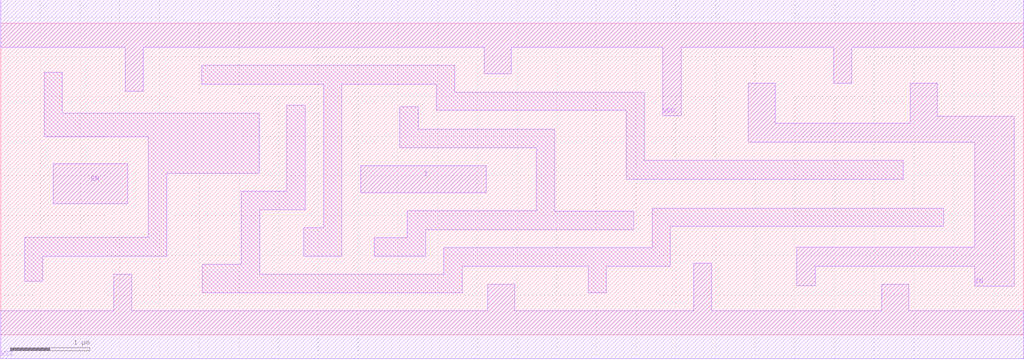
<source format=lef>
# Copyright 2022 GlobalFoundries PDK Authors
#
# Licensed under the Apache License, Version 2.0 (the "License");
# you may not use this file except in compliance with the License.
# You may obtain a copy of the License at
#
#      http://www.apache.org/licenses/LICENSE-2.0
#
# Unless required by applicable law or agreed to in writing, software
# distributed under the License is distributed on an "AS IS" BASIS,
# WITHOUT WARRANTIES OR CONDITIONS OF ANY KIND, either express or implied.
# See the License for the specific language governing permissions and
# limitations under the License.

MACRO gf180mcu_fd_sc_mcu7t5v0__invz_3
  CLASS core ;
  FOREIGN gf180mcu_fd_sc_mcu7t5v0__invz_3 0.0 0.0 ;
  ORIGIN 0 0 ;
  SYMMETRY X Y ;
  SITE GF018hv5v_mcu_sc7 ;
  SIZE 12.88 BY 3.92 ;
  PIN EN
    DIRECTION INPUT ;
    ANTENNAGATEAREA 2.079 ;
    PORT
      LAYER Metal1 ;
        POLYGON 0.66 1.65 1.6 1.65 1.6 2.15 0.66 2.15  ;
    END
  END EN
  PIN I
    DIRECTION INPUT ;
    ANTENNAGATEAREA 1.0395 ;
    PORT
      LAYER Metal1 ;
        POLYGON 4.53 1.79 6.11 1.79 6.11 2.125 4.53 2.125  ;
    END
  END I
  PIN ZN
    DIRECTION OUTPUT ;
    ANTENNADIFFAREA 1.92 ;
    PORT
      LAYER Metal1 ;
        POLYGON 9.41 2.425 11.365 2.425 11.87 2.425 12.265 2.425 12.265 1.1 10.025 1.1 10.025 0.615 10.255 0.615 10.255 0.865 12.265 0.865 12.265 0.61 12.76 0.61 12.76 2.75 11.87 2.75 11.79 2.75 11.79 3.165 11.45 3.165 11.45 2.66 11.365 2.66 9.75 2.66 9.75 3.165 9.41 3.165  ;
    END
  END ZN
  PIN VDD
    DIRECTION INOUT ;
    USE power ;
    SHAPE ABUTMENT ;
    PORT
      LAYER Metal1 ;
        POLYGON 0 3.62 1.565 3.62 1.565 3.065 1.795 3.065 1.795 3.62 6.085 3.62 6.085 3.285 6.425 3.285 6.425 3.62 8.335 3.62 8.335 2.76 8.565 2.76 8.565 3.62 10.485 3.62 10.485 3.165 10.715 3.165 10.715 3.62 11.365 3.62 11.87 3.62 12.88 3.62 12.88 4.22 11.87 4.22 11.365 4.22 0 4.22  ;
    END
  END VDD
  PIN VSS
    DIRECTION INOUT ;
    USE ground ;
    SHAPE ABUTMENT ;
    PORT
      LAYER Metal1 ;
        POLYGON 0 -0.3 12.88 -0.3 12.88 0.3 11.43 0.3 11.43 0.635 11.09 0.635 11.09 0.3 8.955 0.3 8.955 0.9 8.725 0.9 8.725 0.3 6.47 0.3 6.47 0.635 6.13 0.635 6.13 0.3 1.65 0.3 1.65 0.76 1.42 0.76 1.42 0.3 0 0.3  ;
    END
  END VSS
  OBS
      LAYER Metal1 ;
        POLYGON 0.545 2.495 1.86 2.495 1.86 1.225 0.3 1.225 0.3 0.675 0.53 0.675 0.53 0.99 2.09 0.99 2.09 2.035 3.255 2.035 3.255 2.79 0.775 2.79 0.775 3.305 0.545 3.305  ;
        POLYGON 5.025 2.355 6.745 2.355 6.745 1.56 5.12 1.56 5.12 1.22 4.7 1.22 4.7 0.99 5.35 0.99 5.35 1.325 7.97 1.325 7.97 1.555 6.975 1.555 6.975 2.59 5.255 2.59 5.255 2.87 5.025 2.87  ;
        POLYGON 2.53 3.155 4.065 3.155 4.065 1.345 3.815 1.345 3.815 0.99 4.295 0.99 4.295 3.155 5.485 3.155 5.485 2.825 7.875 2.825 7.875 1.96 11.365 1.96 11.365 2.195 8.105 2.195 8.105 3.055 5.715 3.055 5.715 3.39 2.53 3.39  ;
        POLYGON 2.54 0.53 5.81 0.53 5.81 0.865 7.395 0.865 7.395 0.53 7.625 0.53 7.625 0.865 8.43 0.865 8.43 1.365 11.87 1.365 11.87 1.595 8.2 1.595 8.2 1.095 5.58 1.095 5.58 0.76 3.26 0.76 3.26 1.575 3.835 1.575 3.835 2.89 3.6 2.89 3.6 1.805 3.03 1.805 3.03 0.885 2.54 0.885  ;
  END
END gf180mcu_fd_sc_mcu7t5v0__invz_3

</source>
